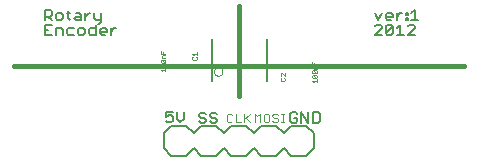
<source format=gto>
G75*
G70*
%OFA0B0*%
%FSLAX24Y24*%
%IPPOS*%
%LPD*%
%AMOC8*
5,1,8,0,0,1.08239X$1,22.5*
%
%ADD10C,0.0160*%
%ADD11C,0.0050*%
%ADD12C,0.0040*%
%ADD13C,0.0060*%
%ADD14C,0.0020*%
%ADD15C,0.0010*%
%ADD16C,0.0080*%
D10*
X008168Y002650D02*
X008168Y005650D01*
X000668Y003650D02*
X015668Y003650D01*
D11*
X014031Y004675D02*
X013798Y004675D01*
X014031Y004909D01*
X014031Y004967D01*
X013973Y005025D01*
X013856Y005025D01*
X013798Y004967D01*
X013546Y005025D02*
X013546Y004675D01*
X013429Y004675D02*
X013663Y004675D01*
X013295Y004733D02*
X013236Y004675D01*
X013119Y004675D01*
X013061Y004733D01*
X013295Y004967D01*
X013295Y004733D01*
X013061Y004733D02*
X013061Y004967D01*
X013119Y005025D01*
X013236Y005025D01*
X013295Y004967D01*
X013429Y004909D02*
X013546Y005025D01*
X013429Y005175D02*
X013429Y005409D01*
X013546Y005409D02*
X013605Y005409D01*
X013546Y005409D02*
X013429Y005292D01*
X013295Y005292D02*
X013295Y005350D01*
X013236Y005409D01*
X013119Y005409D01*
X013061Y005350D01*
X013061Y005233D01*
X013119Y005175D01*
X013236Y005175D01*
X013295Y005292D02*
X013061Y005292D01*
X012926Y005409D02*
X012810Y005175D01*
X012693Y005409D01*
X012751Y005025D02*
X012693Y004967D01*
X012751Y005025D02*
X012868Y005025D01*
X012926Y004967D01*
X012926Y004909D01*
X012693Y004675D01*
X012926Y004675D01*
X013736Y005175D02*
X013736Y005233D01*
X013795Y005233D01*
X013795Y005175D01*
X013736Y005175D01*
X013920Y005175D02*
X014154Y005175D01*
X014037Y005175D02*
X014037Y005525D01*
X013920Y005409D01*
X013795Y005409D02*
X013795Y005350D01*
X013736Y005350D01*
X013736Y005409D01*
X013795Y005409D01*
X009668Y003650D02*
X006668Y003650D01*
X008168Y002650D02*
X008168Y005150D01*
X004078Y004909D02*
X004019Y004909D01*
X003903Y004792D01*
X003768Y004792D02*
X003534Y004792D01*
X003534Y004850D02*
X003534Y004733D01*
X003593Y004675D01*
X003709Y004675D01*
X003903Y004675D02*
X003903Y004909D01*
X003768Y004850D02*
X003768Y004792D01*
X003768Y004850D02*
X003709Y004909D01*
X003593Y004909D01*
X003534Y004850D01*
X003400Y004909D02*
X003224Y004909D01*
X003166Y004850D01*
X003166Y004733D01*
X003224Y004675D01*
X003400Y004675D01*
X003400Y005025D01*
X003467Y005058D02*
X003525Y005058D01*
X003584Y005117D01*
X003584Y005409D01*
X003350Y005409D02*
X003350Y005233D01*
X003409Y005175D01*
X003584Y005175D01*
X003160Y005409D02*
X003043Y005292D01*
X002908Y005292D02*
X002733Y005292D01*
X002675Y005233D01*
X002733Y005175D01*
X002908Y005175D01*
X002908Y005350D01*
X002850Y005409D01*
X002733Y005409D01*
X002546Y005409D02*
X002429Y005409D01*
X002488Y005467D02*
X002488Y005233D01*
X002546Y005175D01*
X002295Y005233D02*
X002295Y005350D01*
X002236Y005409D01*
X002119Y005409D01*
X002061Y005350D01*
X002061Y005233D01*
X002119Y005175D01*
X002236Y005175D01*
X002295Y005233D01*
X001926Y005175D02*
X001810Y005292D01*
X001868Y005292D02*
X001693Y005292D01*
X001868Y005292D02*
X001926Y005350D01*
X001926Y005467D01*
X001868Y005525D01*
X001693Y005525D01*
X001693Y005175D01*
X001693Y005025D02*
X001693Y004675D01*
X001926Y004675D01*
X002061Y004675D02*
X002061Y004909D01*
X002236Y004909D01*
X002295Y004850D01*
X002295Y004675D01*
X002429Y004733D02*
X002488Y004675D01*
X002663Y004675D01*
X002798Y004733D02*
X002856Y004675D01*
X002973Y004675D01*
X003031Y004733D01*
X003031Y004850D01*
X002973Y004909D01*
X002856Y004909D01*
X002798Y004850D01*
X002798Y004733D01*
X002663Y004909D02*
X002488Y004909D01*
X002429Y004850D01*
X002429Y004733D01*
X001810Y004850D02*
X001693Y004850D01*
X001693Y005025D02*
X001926Y005025D01*
X003043Y005175D02*
X003043Y005409D01*
X003160Y005409D02*
X003218Y005409D01*
X005732Y002118D02*
X005732Y001943D01*
X005849Y002001D01*
X005907Y002001D01*
X005966Y001943D01*
X005966Y001826D01*
X005907Y001768D01*
X005791Y001768D01*
X005732Y001826D01*
X006100Y001884D02*
X006217Y001768D01*
X006334Y001884D01*
X006334Y002118D01*
X006100Y002118D02*
X006100Y001884D01*
X005966Y002118D02*
X005732Y002118D01*
X006846Y002035D02*
X006846Y001977D01*
X006904Y001919D01*
X007021Y001919D01*
X007079Y001860D01*
X007079Y001802D01*
X007021Y001744D01*
X006904Y001744D01*
X006846Y001802D01*
X007214Y001802D02*
X007273Y001744D01*
X007389Y001744D01*
X007448Y001802D01*
X007448Y001860D01*
X007389Y001919D01*
X007273Y001919D01*
X007214Y001977D01*
X007214Y002035D01*
X007273Y002094D01*
X007389Y002094D01*
X007448Y002035D01*
X007079Y002035D02*
X007021Y002094D01*
X006904Y002094D01*
X006846Y002035D01*
X009890Y002046D02*
X009890Y001812D01*
X009948Y001754D01*
X010065Y001754D01*
X010123Y001812D01*
X010123Y001929D01*
X010006Y001929D01*
X009890Y002046D02*
X009948Y002104D01*
X010065Y002104D01*
X010123Y002046D01*
X010258Y002104D02*
X010491Y001754D01*
X010491Y002104D01*
X010626Y002104D02*
X010801Y002104D01*
X010860Y002046D01*
X010860Y001812D01*
X010801Y001754D01*
X010626Y001754D01*
X010626Y002104D01*
X010258Y002104D02*
X010258Y001754D01*
D12*
X009675Y001779D02*
X009582Y001779D01*
X009629Y001779D02*
X009629Y002059D01*
X009675Y002059D02*
X009582Y002059D01*
X009474Y002013D02*
X009427Y002059D01*
X009334Y002059D01*
X009287Y002013D01*
X009287Y001966D01*
X009334Y001919D01*
X009427Y001919D01*
X009474Y001873D01*
X009474Y001826D01*
X009427Y001779D01*
X009334Y001779D01*
X009287Y001826D01*
X009179Y001826D02*
X009179Y002013D01*
X009133Y002059D01*
X009039Y002059D01*
X008993Y002013D01*
X008993Y001826D01*
X009039Y001779D01*
X009133Y001779D01*
X009179Y001826D01*
X008885Y001779D02*
X008885Y002059D01*
X008791Y001966D01*
X008698Y002059D01*
X008698Y001779D01*
X008545Y001775D02*
X008404Y001915D01*
X008358Y001869D02*
X008545Y002055D01*
X008358Y002055D02*
X008358Y001775D01*
X008250Y001775D02*
X008063Y001775D01*
X008063Y002055D01*
X007955Y002009D02*
X007908Y002055D01*
X007815Y002055D01*
X007768Y002009D01*
X007768Y001822D01*
X007815Y001775D01*
X007908Y001775D01*
X007955Y001822D01*
D13*
X007265Y003145D02*
X007265Y004565D01*
X009125Y004565D02*
X009125Y003145D01*
D14*
X007345Y003465D02*
X007347Y003488D01*
X007353Y003510D01*
X007362Y003532D01*
X007375Y003551D01*
X007390Y003568D01*
X007408Y003582D01*
X007429Y003593D01*
X007451Y003601D01*
X007473Y003605D01*
X007497Y003605D01*
X007519Y003601D01*
X007541Y003593D01*
X007562Y003582D01*
X007580Y003568D01*
X007595Y003551D01*
X007608Y003532D01*
X007617Y003510D01*
X007623Y003488D01*
X007625Y003465D01*
X007623Y003442D01*
X007617Y003420D01*
X007608Y003398D01*
X007595Y003379D01*
X007580Y003362D01*
X007562Y003348D01*
X007541Y003337D01*
X007519Y003329D01*
X007497Y003325D01*
X007473Y003325D01*
X007451Y003329D01*
X007429Y003337D01*
X007408Y003348D01*
X007390Y003362D01*
X007375Y003379D01*
X007362Y003398D01*
X007353Y003420D01*
X007347Y003442D01*
X007345Y003465D01*
D15*
X006773Y003885D02*
X006748Y003860D01*
X006648Y003860D01*
X006623Y003885D01*
X006623Y003935D01*
X006648Y003960D01*
X006673Y004008D02*
X006623Y004058D01*
X006773Y004058D01*
X006773Y004008D02*
X006773Y004108D01*
X006748Y003960D02*
X006773Y003935D01*
X006773Y003885D01*
X005723Y003910D02*
X005623Y003910D01*
X005623Y003985D01*
X005648Y004010D01*
X005723Y004010D01*
X005723Y004058D02*
X005573Y004058D01*
X005573Y004158D01*
X005648Y004108D02*
X005648Y004058D01*
X005698Y003863D02*
X005723Y003838D01*
X005723Y003788D01*
X005698Y003763D01*
X005598Y003863D01*
X005698Y003863D01*
X005698Y003763D02*
X005598Y003763D01*
X005573Y003788D01*
X005573Y003838D01*
X005598Y003863D01*
X005598Y003716D02*
X005698Y003616D01*
X005723Y003641D01*
X005723Y003691D01*
X005698Y003716D01*
X005598Y003716D01*
X005573Y003691D01*
X005573Y003641D01*
X005598Y003616D01*
X005698Y003616D01*
X005723Y003568D02*
X005723Y003468D01*
X005723Y003518D02*
X005573Y003518D01*
X005623Y003468D01*
X009563Y003377D02*
X009563Y003327D01*
X009588Y003302D01*
X009588Y003255D02*
X009563Y003230D01*
X009563Y003180D01*
X009588Y003155D01*
X009688Y003155D01*
X009713Y003180D01*
X009713Y003230D01*
X009688Y003255D01*
X009713Y003302D02*
X009613Y003402D01*
X009588Y003402D01*
X009563Y003377D01*
X009713Y003402D02*
X009713Y003302D01*
X010613Y003277D02*
X010613Y003327D01*
X010638Y003352D01*
X010738Y003252D01*
X010763Y003277D01*
X010763Y003327D01*
X010738Y003352D01*
X010638Y003352D01*
X010638Y003400D02*
X010613Y003425D01*
X010613Y003475D01*
X010638Y003500D01*
X010738Y003400D01*
X010763Y003425D01*
X010763Y003475D01*
X010738Y003500D01*
X010638Y003500D01*
X010663Y003547D02*
X010663Y003622D01*
X010688Y003647D01*
X010763Y003647D01*
X010763Y003694D02*
X010613Y003694D01*
X010613Y003794D01*
X010688Y003744D02*
X010688Y003694D01*
X010663Y003547D02*
X010763Y003547D01*
X010738Y003400D02*
X010638Y003400D01*
X010613Y003277D02*
X010638Y003252D01*
X010738Y003252D01*
X010763Y003205D02*
X010763Y003105D01*
X010763Y003155D02*
X010613Y003155D01*
X010663Y003105D01*
D16*
X005918Y000650D02*
X005668Y000900D01*
X005668Y001400D01*
X005918Y001650D01*
X006418Y001650D01*
X006668Y001400D01*
X006918Y001650D01*
X007418Y001650D01*
X007668Y001400D01*
X007918Y001650D01*
X008418Y001650D01*
X008668Y001400D01*
X008918Y001650D01*
X009418Y001650D01*
X009668Y001400D01*
X009918Y001650D01*
X010418Y001650D01*
X010668Y001400D01*
X010668Y000900D01*
X010418Y000650D01*
X009918Y000650D01*
X009668Y000900D01*
X009418Y000650D01*
X008918Y000650D01*
X008668Y000900D01*
X008418Y000650D01*
X007918Y000650D01*
X007668Y000900D01*
X007418Y000650D01*
X006918Y000650D01*
X006668Y000900D01*
X006418Y000650D01*
X005918Y000650D01*
M02*

</source>
